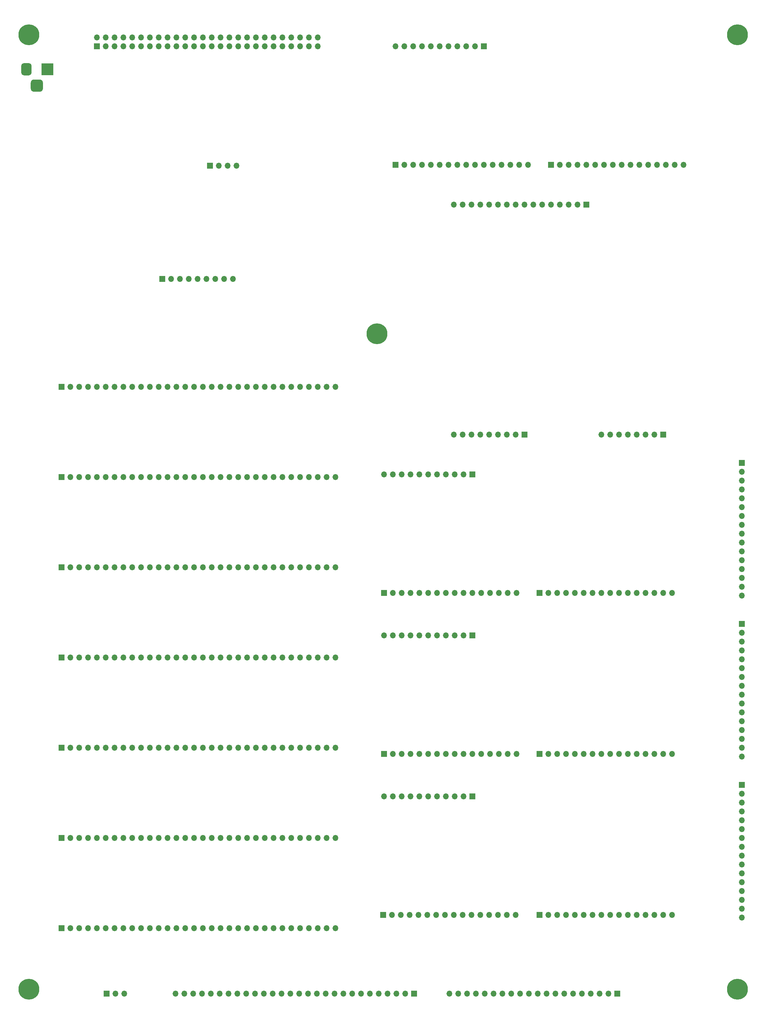
<source format=gbr>
%TF.GenerationSoftware,KiCad,Pcbnew,(5.1.10-1-10_14)*%
%TF.CreationDate,2021-11-29T15:29:07-05:00*%
%TF.ProjectId,FULL-assembly-backplane,46554c4c-2d61-4737-9365-6d626c792d62,rev?*%
%TF.SameCoordinates,Original*%
%TF.FileFunction,Soldermask,Bot*%
%TF.FilePolarity,Negative*%
%FSLAX46Y46*%
G04 Gerber Fmt 4.6, Leading zero omitted, Abs format (unit mm)*
G04 Created by KiCad (PCBNEW (5.1.10-1-10_14)) date 2021-11-29 15:29:07*
%MOMM*%
%LPD*%
G01*
G04 APERTURE LIST*
%ADD10O,1.700000X1.700000*%
%ADD11R,1.700000X1.700000*%
%ADD12C,6.000000*%
%ADD13C,0.800000*%
%ADD14R,3.500000X3.500000*%
G04 APERTURE END LIST*
D10*
%TO.C,J24*%
X139954000Y-270764000D03*
X137414000Y-270764000D03*
D11*
X134874000Y-270764000D03*
%TD*%
D10*
%TO.C,J2*%
X233426000Y-270764000D03*
X235966000Y-270764000D03*
X238506000Y-270764000D03*
X241046000Y-270764000D03*
X243586000Y-270764000D03*
X246126000Y-270764000D03*
X248666000Y-270764000D03*
X251206000Y-270764000D03*
X253746000Y-270764000D03*
X256286000Y-270764000D03*
X258826000Y-270764000D03*
X261366000Y-270764000D03*
X263906000Y-270764000D03*
X266446000Y-270764000D03*
X268986000Y-270764000D03*
X271526000Y-270764000D03*
X274066000Y-270764000D03*
X276606000Y-270764000D03*
X279146000Y-270764000D03*
D11*
X281686000Y-270764000D03*
%TD*%
D10*
%TO.C,J22*%
X172212000Y-33020000D03*
X169672000Y-33020000D03*
X167132000Y-33020000D03*
D11*
X164592000Y-33020000D03*
%TD*%
D10*
%TO.C,J5*%
X171196000Y-65532000D03*
X168656000Y-65532000D03*
X166116000Y-65532000D03*
X163576000Y-65532000D03*
X161036000Y-65532000D03*
X158496000Y-65532000D03*
X155956000Y-65532000D03*
X153416000Y-65532000D03*
D11*
X150876000Y-65532000D03*
%TD*%
D12*
%TO.C,REF\u002A\u002A*%
X212598000Y-81280000D03*
D13*
X214848000Y-81280000D03*
X214188990Y-82870990D03*
X212598000Y-83530000D03*
X211007010Y-82870990D03*
X210348000Y-81280000D03*
X211007010Y-79689010D03*
X212598000Y-79030000D03*
X214188990Y-79689010D03*
%TD*%
D10*
%TO.C,J4*%
X234696000Y-110236000D03*
X237236000Y-110236000D03*
X239776000Y-110236000D03*
X242316000Y-110236000D03*
X244856000Y-110236000D03*
X247396000Y-110236000D03*
X249936000Y-110236000D03*
X252476000Y-110236000D03*
D11*
X255016000Y-110236000D03*
%TD*%
D10*
%TO.C,J3*%
X277114000Y-110236000D03*
X279654000Y-110236000D03*
X282194000Y-110236000D03*
X284734000Y-110236000D03*
X287274000Y-110236000D03*
X289814000Y-110236000D03*
X292354000Y-110236000D03*
D11*
X294894000Y-110236000D03*
%TD*%
D10*
%TO.C,J17*%
X234696000Y-44196000D03*
X237236000Y-44196000D03*
X239776000Y-44196000D03*
X242316000Y-44196000D03*
X244856000Y-44196000D03*
X247396000Y-44196000D03*
X249936000Y-44196000D03*
X252476000Y-44196000D03*
X255016000Y-44196000D03*
X257556000Y-44196000D03*
X260096000Y-44196000D03*
X262636000Y-44196000D03*
X265176000Y-44196000D03*
X267716000Y-44196000D03*
X270256000Y-44196000D03*
D11*
X272796000Y-44196000D03*
%TD*%
D12*
%TO.C,REF\u002A\u002A*%
X112522000Y-269494000D03*
D13*
X114772000Y-269494000D03*
X114112990Y-271084990D03*
X112522000Y-271744000D03*
X110931010Y-271084990D03*
X110272000Y-269494000D03*
X110931010Y-267903010D03*
X112522000Y-267244000D03*
X114112990Y-267903010D03*
%TD*%
%TO.C,REF\u002A\u002A*%
X317820990Y-267903010D03*
X316230000Y-267244000D03*
X314639010Y-267903010D03*
X313980000Y-269494000D03*
X314639010Y-271084990D03*
X316230000Y-271744000D03*
X317820990Y-271084990D03*
X318480000Y-269494000D03*
D12*
X316230000Y-269494000D03*
%TD*%
%TO.C,REF\u002A\u002A*%
X112522000Y4572000D03*
D13*
X114772000Y4572000D03*
X114112990Y2981010D03*
X112522000Y2322000D03*
X110931010Y2981010D03*
X110272000Y4572000D03*
X110931010Y6162990D03*
X112522000Y6822000D03*
X114112990Y6162990D03*
%TD*%
%TO.C,REF\u002A\u002A*%
X317820990Y6162990D03*
X316230000Y6822000D03*
X314639010Y6162990D03*
X313980000Y4572000D03*
X314639010Y2981010D03*
X316230000Y2322000D03*
X317820990Y2981010D03*
X318480000Y4572000D03*
D12*
X316230000Y4572000D03*
%TD*%
D10*
%TO.C,J1*%
X154686000Y-270764000D03*
X157226000Y-270764000D03*
X159766000Y-270764000D03*
X162306000Y-270764000D03*
X164846000Y-270764000D03*
X167386000Y-270764000D03*
X169926000Y-270764000D03*
X172466000Y-270764000D03*
X175006000Y-270764000D03*
X177546000Y-270764000D03*
X180086000Y-270764000D03*
X182626000Y-270764000D03*
X185166000Y-270764000D03*
X187706000Y-270764000D03*
X190246000Y-270764000D03*
X192786000Y-270764000D03*
X195326000Y-270764000D03*
X197866000Y-270764000D03*
X200406000Y-270764000D03*
X202946000Y-270764000D03*
X205486000Y-270764000D03*
X208026000Y-270764000D03*
X210566000Y-270764000D03*
X213106000Y-270764000D03*
X215646000Y-270764000D03*
X218186000Y-270764000D03*
X220726000Y-270764000D03*
D11*
X223266000Y-270764000D03*
%TD*%
D10*
%TO.C,J6*%
X297434000Y-155702000D03*
X294894000Y-155702000D03*
X292354000Y-155702000D03*
X289814000Y-155702000D03*
X287274000Y-155702000D03*
X284734000Y-155702000D03*
X282194000Y-155702000D03*
X279654000Y-155702000D03*
X277114000Y-155702000D03*
X274574000Y-155702000D03*
X272034000Y-155702000D03*
X269494000Y-155702000D03*
X266954000Y-155702000D03*
X264414000Y-155702000D03*
X261874000Y-155702000D03*
D11*
X259334000Y-155702000D03*
%TD*%
%TO.C,J13*%
X214376000Y-248158000D03*
D10*
X216916000Y-248158000D03*
X219456000Y-248158000D03*
X221996000Y-248158000D03*
X224536000Y-248158000D03*
X227076000Y-248158000D03*
X229616000Y-248158000D03*
X232156000Y-248158000D03*
X234696000Y-248158000D03*
X237236000Y-248158000D03*
X239776000Y-248158000D03*
X242316000Y-248158000D03*
X244856000Y-248158000D03*
X247396000Y-248158000D03*
X249936000Y-248158000D03*
X252476000Y-248158000D03*
%TD*%
%TO.C,J20*%
X217932000Y1270000D03*
X220472000Y1270000D03*
X223012000Y1270000D03*
X225552000Y1270000D03*
X228092000Y1270000D03*
X230632000Y1270000D03*
X233172000Y1270000D03*
X235712000Y1270000D03*
X238252000Y1270000D03*
X240792000Y1270000D03*
D11*
X243332000Y1270000D03*
%TD*%
D10*
%TO.C,J19*%
X214630000Y-167894000D03*
X217170000Y-167894000D03*
X219710000Y-167894000D03*
X222250000Y-167894000D03*
X224790000Y-167894000D03*
X227330000Y-167894000D03*
X229870000Y-167894000D03*
X232410000Y-167894000D03*
X234950000Y-167894000D03*
X237490000Y-167894000D03*
D11*
X240030000Y-167894000D03*
%TD*%
D10*
%TO.C,J21*%
X214630000Y-214122000D03*
X217170000Y-214122000D03*
X219710000Y-214122000D03*
X222250000Y-214122000D03*
X224790000Y-214122000D03*
X227330000Y-214122000D03*
X229870000Y-214122000D03*
X232410000Y-214122000D03*
X234950000Y-214122000D03*
X237490000Y-214122000D03*
D11*
X240030000Y-214122000D03*
%TD*%
D10*
%TO.C,J7*%
X252730000Y-155702000D03*
X250190000Y-155702000D03*
X247650000Y-155702000D03*
X245110000Y-155702000D03*
X242570000Y-155702000D03*
X240030000Y-155702000D03*
X237490000Y-155702000D03*
X234950000Y-155702000D03*
X232410000Y-155702000D03*
X229870000Y-155702000D03*
X227330000Y-155702000D03*
X224790000Y-155702000D03*
X222250000Y-155702000D03*
X219710000Y-155702000D03*
X217170000Y-155702000D03*
D11*
X214630000Y-155702000D03*
%TD*%
D10*
%TO.C,J9*%
X297434000Y-201930000D03*
X294894000Y-201930000D03*
X292354000Y-201930000D03*
X289814000Y-201930000D03*
X287274000Y-201930000D03*
X284734000Y-201930000D03*
X282194000Y-201930000D03*
X279654000Y-201930000D03*
X277114000Y-201930000D03*
X274574000Y-201930000D03*
X272034000Y-201930000D03*
X269494000Y-201930000D03*
X266954000Y-201930000D03*
X264414000Y-201930000D03*
X261874000Y-201930000D03*
D11*
X259334000Y-201930000D03*
%TD*%
D10*
%TO.C,J10*%
X252730000Y-201930000D03*
X250190000Y-201930000D03*
X247650000Y-201930000D03*
X245110000Y-201930000D03*
X242570000Y-201930000D03*
X240030000Y-201930000D03*
X237490000Y-201930000D03*
X234950000Y-201930000D03*
X232410000Y-201930000D03*
X229870000Y-201930000D03*
X227330000Y-201930000D03*
X224790000Y-201930000D03*
X222250000Y-201930000D03*
X219710000Y-201930000D03*
X217170000Y-201930000D03*
D11*
X214630000Y-201930000D03*
%TD*%
D10*
%TO.C,J12*%
X297434000Y-248158000D03*
X294894000Y-248158000D03*
X292354000Y-248158000D03*
X289814000Y-248158000D03*
X287274000Y-248158000D03*
X284734000Y-248158000D03*
X282194000Y-248158000D03*
X279654000Y-248158000D03*
X277114000Y-248158000D03*
X274574000Y-248158000D03*
X272034000Y-248158000D03*
X269494000Y-248158000D03*
X266954000Y-248158000D03*
X264414000Y-248158000D03*
X261874000Y-248158000D03*
D11*
X259334000Y-248158000D03*
%TD*%
D10*
%TO.C,J15*%
X300736000Y-32766000D03*
X298196000Y-32766000D03*
X295656000Y-32766000D03*
X293116000Y-32766000D03*
X290576000Y-32766000D03*
X288036000Y-32766000D03*
X285496000Y-32766000D03*
X282956000Y-32766000D03*
X280416000Y-32766000D03*
X277876000Y-32766000D03*
X275336000Y-32766000D03*
X272796000Y-32766000D03*
X270256000Y-32766000D03*
X267716000Y-32766000D03*
X265176000Y-32766000D03*
D11*
X262636000Y-32766000D03*
%TD*%
D10*
%TO.C,J18*%
X214630000Y-121666000D03*
X217170000Y-121666000D03*
X219710000Y-121666000D03*
X222250000Y-121666000D03*
X224790000Y-121666000D03*
X227330000Y-121666000D03*
X229870000Y-121666000D03*
X232410000Y-121666000D03*
X234950000Y-121666000D03*
X237490000Y-121666000D03*
D11*
X240030000Y-121666000D03*
%TD*%
D10*
%TO.C,J16*%
X256032000Y-32766000D03*
X253492000Y-32766000D03*
X250952000Y-32766000D03*
X248412000Y-32766000D03*
X245872000Y-32766000D03*
X243332000Y-32766000D03*
X240792000Y-32766000D03*
X238252000Y-32766000D03*
X235712000Y-32766000D03*
X233172000Y-32766000D03*
X230632000Y-32766000D03*
X228092000Y-32766000D03*
X225552000Y-32766000D03*
X223012000Y-32766000D03*
X220472000Y-32766000D03*
D11*
X217932000Y-32766000D03*
%TD*%
D10*
%TO.C,J8*%
X317500000Y-156464000D03*
X317500000Y-153924000D03*
X317500000Y-151384000D03*
X317500000Y-148844000D03*
X317500000Y-146304000D03*
X317500000Y-143764000D03*
X317500000Y-141224000D03*
X317500000Y-138684000D03*
X317500000Y-136144000D03*
X317500000Y-133604000D03*
X317500000Y-131064000D03*
X317500000Y-128524000D03*
X317500000Y-125984000D03*
X317500000Y-123444000D03*
X317500000Y-120904000D03*
D11*
X317500000Y-118364000D03*
%TD*%
D10*
%TO.C,J11*%
X317500000Y-202692000D03*
X317500000Y-200152000D03*
X317500000Y-197612000D03*
X317500000Y-195072000D03*
X317500000Y-192532000D03*
X317500000Y-189992000D03*
X317500000Y-187452000D03*
X317500000Y-184912000D03*
X317500000Y-182372000D03*
X317500000Y-179832000D03*
X317500000Y-177292000D03*
X317500000Y-174752000D03*
X317500000Y-172212000D03*
X317500000Y-169672000D03*
X317500000Y-167132000D03*
D11*
X317500000Y-164592000D03*
%TD*%
D10*
%TO.C,J14*%
X317500000Y-248920000D03*
X317500000Y-246380000D03*
X317500000Y-243840000D03*
X317500000Y-241300000D03*
X317500000Y-238760000D03*
X317500000Y-236220000D03*
X317500000Y-233680000D03*
X317500000Y-231140000D03*
X317500000Y-228600000D03*
X317500000Y-226060000D03*
X317500000Y-223520000D03*
X317500000Y-220980000D03*
X317500000Y-218440000D03*
X317500000Y-215900000D03*
X317500000Y-213360000D03*
D11*
X317500000Y-210820000D03*
%TD*%
%TO.C,J34*%
X121920000Y-148336000D03*
D10*
X124460000Y-148336000D03*
X127000000Y-148336000D03*
X129540000Y-148336000D03*
X132080000Y-148336000D03*
X134620000Y-148336000D03*
X137160000Y-148336000D03*
X139700000Y-148336000D03*
X142240000Y-148336000D03*
X144780000Y-148336000D03*
X147320000Y-148336000D03*
X149860000Y-148336000D03*
X152400000Y-148336000D03*
X154940000Y-148336000D03*
X157480000Y-148336000D03*
X160020000Y-148336000D03*
X162560000Y-148336000D03*
X165100000Y-148336000D03*
X167640000Y-148336000D03*
X170180000Y-148336000D03*
X172720000Y-148336000D03*
X175260000Y-148336000D03*
X177800000Y-148336000D03*
X180340000Y-148336000D03*
X182880000Y-148336000D03*
X185420000Y-148336000D03*
X187960000Y-148336000D03*
X190500000Y-148336000D03*
X193040000Y-148336000D03*
X195580000Y-148336000D03*
X198120000Y-148336000D03*
X200660000Y-148336000D03*
%TD*%
D11*
%TO.C,J36*%
X121920000Y-200152000D03*
D10*
X124460000Y-200152000D03*
X127000000Y-200152000D03*
X129540000Y-200152000D03*
X132080000Y-200152000D03*
X134620000Y-200152000D03*
X137160000Y-200152000D03*
X139700000Y-200152000D03*
X142240000Y-200152000D03*
X144780000Y-200152000D03*
X147320000Y-200152000D03*
X149860000Y-200152000D03*
X152400000Y-200152000D03*
X154940000Y-200152000D03*
X157480000Y-200152000D03*
X160020000Y-200152000D03*
X162560000Y-200152000D03*
X165100000Y-200152000D03*
X167640000Y-200152000D03*
X170180000Y-200152000D03*
X172720000Y-200152000D03*
X175260000Y-200152000D03*
X177800000Y-200152000D03*
X180340000Y-200152000D03*
X182880000Y-200152000D03*
X185420000Y-200152000D03*
X187960000Y-200152000D03*
X190500000Y-200152000D03*
X193040000Y-200152000D03*
X195580000Y-200152000D03*
X198120000Y-200152000D03*
X200660000Y-200152000D03*
%TD*%
D11*
%TO.C,J32*%
X121920000Y-96520000D03*
D10*
X124460000Y-96520000D03*
X127000000Y-96520000D03*
X129540000Y-96520000D03*
X132080000Y-96520000D03*
X134620000Y-96520000D03*
X137160000Y-96520000D03*
X139700000Y-96520000D03*
X142240000Y-96520000D03*
X144780000Y-96520000D03*
X147320000Y-96520000D03*
X149860000Y-96520000D03*
X152400000Y-96520000D03*
X154940000Y-96520000D03*
X157480000Y-96520000D03*
X160020000Y-96520000D03*
X162560000Y-96520000D03*
X165100000Y-96520000D03*
X167640000Y-96520000D03*
X170180000Y-96520000D03*
X172720000Y-96520000D03*
X175260000Y-96520000D03*
X177800000Y-96520000D03*
X180340000Y-96520000D03*
X182880000Y-96520000D03*
X185420000Y-96520000D03*
X187960000Y-96520000D03*
X190500000Y-96520000D03*
X193040000Y-96520000D03*
X195580000Y-96520000D03*
X198120000Y-96520000D03*
X200660000Y-96520000D03*
%TD*%
%TO.C,J37*%
X195580000Y3810000D03*
X195580000Y1270000D03*
X193040000Y3810000D03*
X193040000Y1270000D03*
X190500000Y3810000D03*
X190500000Y1270000D03*
X187960000Y3810000D03*
X187960000Y1270000D03*
X185420000Y3810000D03*
X185420000Y1270000D03*
X182880000Y3810000D03*
X182880000Y1270000D03*
X180340000Y3810000D03*
X180340000Y1270000D03*
X177800000Y3810000D03*
X177800000Y1270000D03*
X175260000Y3810000D03*
X175260000Y1270000D03*
X172720000Y3810000D03*
X172720000Y1270000D03*
X170180000Y3810000D03*
X170180000Y1270000D03*
X167640000Y3810000D03*
X167640000Y1270000D03*
X165100000Y3810000D03*
X165100000Y1270000D03*
X162560000Y3810000D03*
X162560000Y1270000D03*
X160020000Y3810000D03*
X160020000Y1270000D03*
X157480000Y3810000D03*
X157480000Y1270000D03*
X154940000Y3810000D03*
X154940000Y1270000D03*
X152400000Y3810000D03*
X152400000Y1270000D03*
X149860000Y3810000D03*
X149860000Y1270000D03*
X147320000Y3810000D03*
X147320000Y1270000D03*
X144780000Y3810000D03*
X144780000Y1270000D03*
X142240000Y3810000D03*
X142240000Y1270000D03*
X139700000Y3810000D03*
X139700000Y1270000D03*
X137160000Y3810000D03*
X137160000Y1270000D03*
X134620000Y3810000D03*
X134620000Y1270000D03*
X132080000Y3810000D03*
D11*
X132080000Y1270000D03*
%TD*%
%TO.C,J33*%
X121920000Y-122428000D03*
D10*
X124460000Y-122428000D03*
X127000000Y-122428000D03*
X129540000Y-122428000D03*
X132080000Y-122428000D03*
X134620000Y-122428000D03*
X137160000Y-122428000D03*
X139700000Y-122428000D03*
X142240000Y-122428000D03*
X144780000Y-122428000D03*
X147320000Y-122428000D03*
X149860000Y-122428000D03*
X152400000Y-122428000D03*
X154940000Y-122428000D03*
X157480000Y-122428000D03*
X160020000Y-122428000D03*
X162560000Y-122428000D03*
X165100000Y-122428000D03*
X167640000Y-122428000D03*
X170180000Y-122428000D03*
X172720000Y-122428000D03*
X175260000Y-122428000D03*
X177800000Y-122428000D03*
X180340000Y-122428000D03*
X182880000Y-122428000D03*
X185420000Y-122428000D03*
X187960000Y-122428000D03*
X190500000Y-122428000D03*
X193040000Y-122428000D03*
X195580000Y-122428000D03*
X198120000Y-122428000D03*
X200660000Y-122428000D03*
%TD*%
D11*
%TO.C,J35*%
X121920000Y-174244000D03*
D10*
X124460000Y-174244000D03*
X127000000Y-174244000D03*
X129540000Y-174244000D03*
X132080000Y-174244000D03*
X134620000Y-174244000D03*
X137160000Y-174244000D03*
X139700000Y-174244000D03*
X142240000Y-174244000D03*
X144780000Y-174244000D03*
X147320000Y-174244000D03*
X149860000Y-174244000D03*
X152400000Y-174244000D03*
X154940000Y-174244000D03*
X157480000Y-174244000D03*
X160020000Y-174244000D03*
X162560000Y-174244000D03*
X165100000Y-174244000D03*
X167640000Y-174244000D03*
X170180000Y-174244000D03*
X172720000Y-174244000D03*
X175260000Y-174244000D03*
X177800000Y-174244000D03*
X180340000Y-174244000D03*
X182880000Y-174244000D03*
X185420000Y-174244000D03*
X187960000Y-174244000D03*
X190500000Y-174244000D03*
X193040000Y-174244000D03*
X195580000Y-174244000D03*
X198120000Y-174244000D03*
X200660000Y-174244000D03*
%TD*%
%TO.C,J43*%
G36*
G01*
X113106000Y-10909000D02*
X113106000Y-9159000D01*
G75*
G02*
X113981000Y-8284000I875000J0D01*
G01*
X115731000Y-8284000D01*
G75*
G02*
X116606000Y-9159000I0J-875000D01*
G01*
X116606000Y-10909000D01*
G75*
G02*
X115731000Y-11784000I-875000J0D01*
G01*
X113981000Y-11784000D01*
G75*
G02*
X113106000Y-10909000I0J875000D01*
G01*
G37*
G36*
G01*
X110356000Y-6334000D02*
X110356000Y-4334000D01*
G75*
G02*
X111106000Y-3584000I750000J0D01*
G01*
X112606000Y-3584000D01*
G75*
G02*
X113356000Y-4334000I0J-750000D01*
G01*
X113356000Y-6334000D01*
G75*
G02*
X112606000Y-7084000I-750000J0D01*
G01*
X111106000Y-7084000D01*
G75*
G02*
X110356000Y-6334000I0J750000D01*
G01*
G37*
D14*
X117856000Y-5334000D03*
%TD*%
D10*
%TO.C,J26*%
X200660000Y-251968000D03*
X198120000Y-251968000D03*
X195580000Y-251968000D03*
X193040000Y-251968000D03*
X190500000Y-251968000D03*
X187960000Y-251968000D03*
X185420000Y-251968000D03*
X182880000Y-251968000D03*
X180340000Y-251968000D03*
X177800000Y-251968000D03*
X175260000Y-251968000D03*
X172720000Y-251968000D03*
X170180000Y-251968000D03*
X167640000Y-251968000D03*
X165100000Y-251968000D03*
X162560000Y-251968000D03*
X160020000Y-251968000D03*
X157480000Y-251968000D03*
X154940000Y-251968000D03*
X152400000Y-251968000D03*
X149860000Y-251968000D03*
X147320000Y-251968000D03*
X144780000Y-251968000D03*
X142240000Y-251968000D03*
X139700000Y-251968000D03*
X137160000Y-251968000D03*
X134620000Y-251968000D03*
X132080000Y-251968000D03*
X129540000Y-251968000D03*
X127000000Y-251968000D03*
X124460000Y-251968000D03*
D11*
X121920000Y-251968000D03*
%TD*%
D10*
%TO.C,J25*%
X200660000Y-226060000D03*
X198120000Y-226060000D03*
X195580000Y-226060000D03*
X193040000Y-226060000D03*
X190500000Y-226060000D03*
X187960000Y-226060000D03*
X185420000Y-226060000D03*
X182880000Y-226060000D03*
X180340000Y-226060000D03*
X177800000Y-226060000D03*
X175260000Y-226060000D03*
X172720000Y-226060000D03*
X170180000Y-226060000D03*
X167640000Y-226060000D03*
X165100000Y-226060000D03*
X162560000Y-226060000D03*
X160020000Y-226060000D03*
X157480000Y-226060000D03*
X154940000Y-226060000D03*
X152400000Y-226060000D03*
X149860000Y-226060000D03*
X147320000Y-226060000D03*
X144780000Y-226060000D03*
X142240000Y-226060000D03*
X139700000Y-226060000D03*
X137160000Y-226060000D03*
X134620000Y-226060000D03*
X132080000Y-226060000D03*
X129540000Y-226060000D03*
X127000000Y-226060000D03*
X124460000Y-226060000D03*
D11*
X121920000Y-226060000D03*
%TD*%
M02*

</source>
